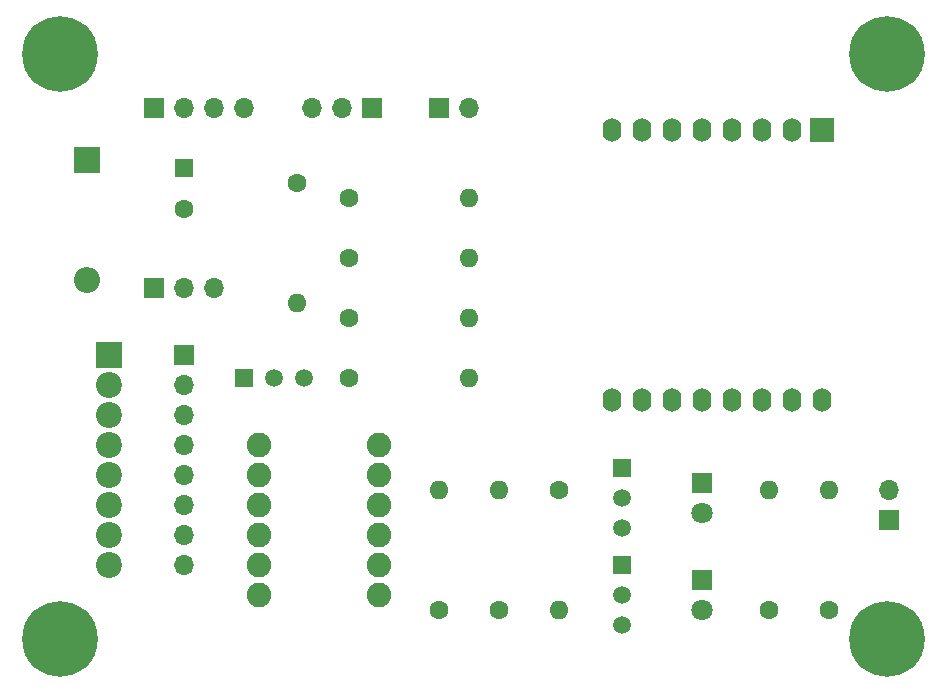
<source format=gts>
G04 #@! TF.GenerationSoftware,KiCad,Pcbnew,(5.1.9)-1*
G04 #@! TF.CreationDate,2021-05-19T15:47:31+10:00*
G04 #@! TF.ProjectId,publisher,7075626c-6973-4686-9572-2e6b69636164,rev?*
G04 #@! TF.SameCoordinates,Original*
G04 #@! TF.FileFunction,Soldermask,Top*
G04 #@! TF.FilePolarity,Negative*
%FSLAX46Y46*%
G04 Gerber Fmt 4.6, Leading zero omitted, Abs format (unit mm)*
G04 Created by KiCad (PCBNEW (5.1.9)-1) date 2021-05-19 15:47:31*
%MOMM*%
%LPD*%
G01*
G04 APERTURE LIST*
%ADD10O,1.700000X1.700000*%
%ADD11R,1.700000X1.700000*%
%ADD12O,1.600000X1.600000*%
%ADD13C,1.600000*%
%ADD14O,1.600000X2.000000*%
%ADD15R,2.000000X2.000000*%
%ADD16C,2.200000*%
%ADD17R,2.200000X2.200000*%
%ADD18C,6.400000*%
%ADD19R,1.600000X1.600000*%
%ADD20R,1.500000X1.500000*%
%ADD21C,1.500000*%
%ADD22C,1.800000*%
%ADD23R,1.800000X1.800000*%
%ADD24O,2.200000X2.200000*%
%ADD25C,2.082800*%
G04 APERTURE END LIST*
D10*
X133985000Y-78105000D03*
X131445000Y-78105000D03*
D11*
X128905000Y-78105000D03*
D12*
X153035000Y-95250000D03*
D13*
X153035000Y-105410000D03*
D14*
X182880000Y-64770000D03*
D15*
X185420000Y-64770000D03*
D14*
X180340000Y-64770000D03*
X177800000Y-64770000D03*
X175260000Y-64770000D03*
X172720000Y-64770000D03*
X170180000Y-64770000D03*
X167640000Y-64770000D03*
X167640000Y-87630000D03*
X170180000Y-87630000D03*
X172720000Y-87630000D03*
X175260000Y-87630000D03*
X177800000Y-87630000D03*
X180340000Y-87630000D03*
X182880000Y-87630000D03*
X185420000Y-87630000D03*
D12*
X155575000Y-75565000D03*
D13*
X145415000Y-75565000D03*
D12*
X155575000Y-85725000D03*
D13*
X145415000Y-85725000D03*
D10*
X131445000Y-101600000D03*
X131445000Y-99060000D03*
X131445000Y-96520000D03*
X131445000Y-93980000D03*
X131445000Y-91440000D03*
X131445000Y-88900000D03*
X131445000Y-86360000D03*
D11*
X131445000Y-83820000D03*
D10*
X155575000Y-62865000D03*
D11*
X153035000Y-62865000D03*
D10*
X191135000Y-95250000D03*
D11*
X191135000Y-97790000D03*
D16*
X125095000Y-101600000D03*
X125095000Y-99060000D03*
X125095000Y-96520000D03*
X125095000Y-93980000D03*
X125095000Y-91440000D03*
X125095000Y-88900000D03*
X125095000Y-86360000D03*
D17*
X125095000Y-83820000D03*
D18*
X190945000Y-58320000D03*
X120945000Y-107820000D03*
X120945000Y-58320000D03*
X190945000Y-107820000D03*
D12*
X140970000Y-79375000D03*
D13*
X140970000Y-69215000D03*
D19*
X131445000Y-67945000D03*
D13*
X131445000Y-71445000D03*
D20*
X168529000Y-93345000D03*
D21*
X168529000Y-98425000D03*
X168529000Y-95885000D03*
D20*
X136525000Y-85725000D03*
D21*
X141605000Y-85725000D03*
X139065000Y-85725000D03*
D20*
X168529000Y-101600000D03*
D21*
X168529000Y-106680000D03*
X168529000Y-104140000D03*
D12*
X180975000Y-95250000D03*
D13*
X180975000Y-105410000D03*
D12*
X158115000Y-95250000D03*
D13*
X158115000Y-105410000D03*
D10*
X142240000Y-62865000D03*
X144780000Y-62865000D03*
D11*
X147320000Y-62865000D03*
D12*
X155575000Y-70485000D03*
D13*
X145415000Y-70485000D03*
D12*
X186055000Y-95250000D03*
D13*
X186055000Y-105410000D03*
D12*
X163195000Y-105410000D03*
D13*
X163195000Y-95250000D03*
D22*
X175260000Y-105410000D03*
D23*
X175260000Y-102870000D03*
D22*
X175260000Y-97155000D03*
D23*
X175260000Y-94615000D03*
D11*
X128905000Y-62865000D03*
D10*
X131445000Y-62865000D03*
X133985000Y-62865000D03*
X136525000Y-62865000D03*
D12*
X155575000Y-80645000D03*
D13*
X145415000Y-80645000D03*
D17*
X123190000Y-67310000D03*
D24*
X123190000Y-77470000D03*
D25*
X147955000Y-96520000D03*
X137795000Y-96520000D03*
X137795000Y-99060000D03*
X137795000Y-104140000D03*
X137795000Y-101600000D03*
X137795000Y-93980000D03*
X137795000Y-91440000D03*
X147955000Y-99060000D03*
X147955000Y-104140000D03*
X147955000Y-101600000D03*
X147955000Y-93980000D03*
X147955000Y-91440000D03*
M02*

</source>
